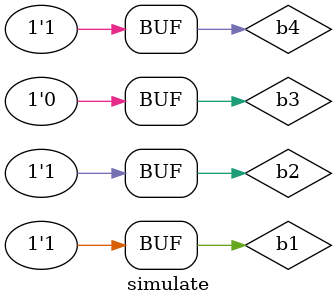
<source format=v>
module BinaryToGray(b1,b2,b3,b4,g1,g2,g3,g4);
input b1,b2,b3,b4;
output g1,g2,g3,g4;
wire x1,x2,x3,x4;
/*
assign x1 = b1 ^ b2;
assign x2 = g2 ^ g3;
assign x3 = g3 ^ g4;
assign x4 = b4;
*/
xor (g1,b1,b2);
xor (g2,b2,b3);
xor (g3,b3,b4);
or (g4,b4,0);
endmodule

module simulate;
reg b1,b2,b3,b4;
wire g1,g2,g3,g4;

BinaryToGray test(b1,b2,b3,b4,g1,g2,g3,g4);
initial 
begin 
#0
b1 = 0;
b2 = 0;
b3 = 0;
b4 = 0;
#100
b1 = 0;
b2 = 1;
b3 = 0;
b4 = 0;
#100
b1 = 0;
b2 = 0;
b3 = 1;
b4 = 0;
#100
b1 = 1;
b2 = 0;
b3 = 1;
b4 = 0;
#100
b1 = 1;
b2 = 1;
b3 = 0;
b4 = 1;
end 
endmodule 

</source>
